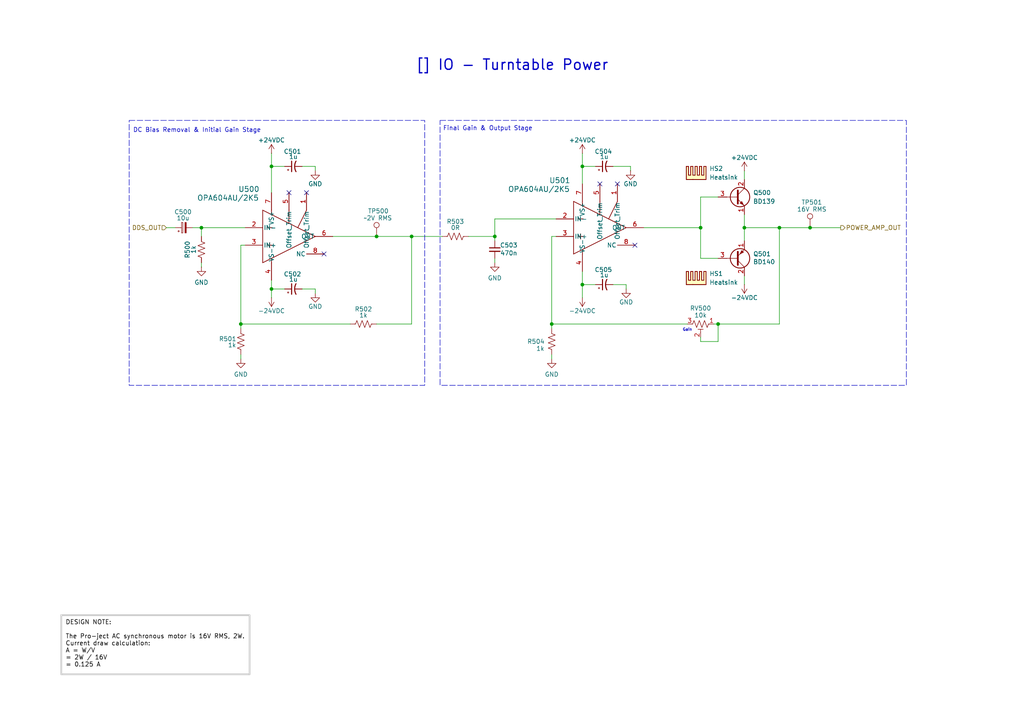
<source format=kicad_sch>
(kicad_sch (version 20250114) (generator "eeschema") (generator_version "9.0")
  (paper "A4")
  (title_block (title "IO - Turntable Power") (date "2025-07-15") (rev "1.0") (company "Wattle Labs"))
  (lib_symbols
    (symbol "Connector:TestPoint" (pin_numbers (hide yes)) (pin_names (offset 0.762) (hide yes))
      (property "Reference" "TP" (at 0 6.858 0))
      (property "Value" "TestPoint" (at 0 5.08 0))
      (symbol "TestPoint_0_1"
        (circle (center 0 3.302) (radius 0.762))
      )
      (symbol "TestPoint_1_1"
        (pin passive line (at 0 0 90) (length 2.54) (name "1") (number "1"))
      )
    )
    (symbol "Device:C_Polarized_Small" (pin_numbers (hide yes)) (pin_names (offset 0.254) (hide yes))
      (property "Reference" "C" (at 0.254 1.778 0))
      (property "Value" "C_Polarized_Small" (at 0.254 -2.032 0))
      (symbol "C_Polarized_Small_0_1"
        (rectangle (start -1.524 0.6858) (end 1.524 0.3048))
        (rectangle (start -1.524 -0.3048) (end 1.524 -0.6858) (fill (type outline)))
        (polyline (pts (xy -1.27 1.524) (xy -0.762 1.524)))
        (polyline (pts (xy -1.016 1.27) (xy -1.016 1.778)))
      )
      (symbol "C_Polarized_Small_1_1"
        (pin passive line (at 0 2.54 270) (length 1.8542) (name "~") (number "1"))
        (pin passive line (at 0 -2.54 90) (length 1.8542) (name "~") (number "2"))
      )
    )
    (symbol "Device:C_Polarized_Small_US" (pin_numbers (hide yes)) (pin_names (offset 0.254) (hide yes))
      (property "Reference" "C" (at 0.254 1.778 0))
      (property "Value" "C_Polarized_Small_US" (at 0.254 -2.032 0))
      (symbol "C_Polarized_Small_US_0_1"
        (polyline (pts (xy -1.524 0.508) (xy 1.524 0.508)) (stroke (width 0.3048)))
        (polyline (pts (xy -1.27 1.524) (xy -0.762 1.524)))
        (polyline (pts (xy -1.016 1.27) (xy -1.016 1.778)))
        (arc (start -1.524 -0.762) (mid 0 -0.3734) (end 1.524 -0.762) (stroke (width 0.3048)))
      )
      (symbol "C_Polarized_Small_US_1_1"
        (pin passive line (at 0 2.54 270) (length 2.032) (name "~") (number "1"))
        (pin passive line (at 0 -2.54 90) (length 2.032) (name "~") (number "2"))
      )
    )
    (symbol "Device:C_Small" (pin_numbers (hide yes)) (pin_names (offset 0.254) (hide yes))
      (property "Reference" "C" (at 0.254 1.778 0))
      (property "Value" "C_Small" (at 0.254 -2.032 0))
      (symbol "C_Small_0_1"
        (polyline (pts (xy -1.524 0.508) (xy 1.524 0.508)) (stroke (width 0.3048)))
        (polyline (pts (xy -1.524 -0.508) (xy 1.524 -0.508)) (stroke (width 0.3302)))
      )
      (symbol "C_Small_1_1"
        (pin passive line (at 0 2.54 270) (length 2.032) (name "~") (number "1"))
        (pin passive line (at 0 -2.54 90) (length 2.032) (name "~") (number "2"))
      )
    )
    (symbol "Device:R_Potentiometer_Trim_US" (pin_names (offset 1.016) (hide yes))
      (property "Reference" "RV" (at -4.445 0 90))
      (property "Value" "R_Potentiometer_Trim_US" (at -2.54 0 90))
      (symbol "R_Potentiometer_Trim_US_0_1"
        (polyline (pts (xy 0 2.286) (xy 0 2.54)))
        (polyline (pts (xy 0 2.286) (xy 1.016 1.905) (xy 0 1.524) (xy -1.016 1.143) (xy 0 0.762)))
        (polyline (pts (xy 0 0.762) (xy 1.016 0.381) (xy 0 0) (xy -1.016 -0.381) (xy 0 -0.762)))
        (polyline (pts (xy 0 -0.762) (xy 1.016 -1.143) (xy 0 -1.524) (xy -1.016 -1.905) (xy 0 -2.286)))
        (polyline (pts (xy 0 -2.286) (xy 0 -2.54)))
        (polyline (pts (xy 1.524 0.762) (xy 1.524 -0.762)))
        (polyline (pts (xy 2.54 0) (xy 1.524 0)))
      )
      (symbol "R_Potentiometer_Trim_US_1_1"
        (pin passive line (at 0 3.81 270) (length 1.27) (name "1") (number "1"))
        (pin passive line (at 0 -3.81 90) (length 1.27) (name "3") (number "3"))
        (pin passive line (at 3.81 0 180) (length 1.27) (name "2") (number "2"))
      )
    )
    (symbol "Device:R_US" (pin_numbers (hide yes)) (pin_names (offset 0))
      (property "Reference" "R" (at 2.54 0 90))
      (property "Value" "R_US" (at -2.54 0 90))
      (symbol "R_US_0_1"
        (polyline (pts (xy 0 2.286) (xy 0 2.54)))
        (polyline (pts (xy 0 2.286) (xy 1.016 1.905) (xy 0 1.524) (xy -1.016 1.143) (xy 0 0.762)))
        (polyline (pts (xy 0 0.762) (xy 1.016 0.381) (xy 0 0) (xy -1.016 -0.381) (xy 0 -0.762)))
        (polyline (pts (xy 0 -0.762) (xy 1.016 -1.143) (xy 0 -1.524) (xy -1.016 -1.905) (xy 0 -2.286)))
        (polyline (pts (xy 0 -2.286) (xy 0 -2.54)))
      )
      (symbol "R_US_1_1"
        (pin passive line (at 0 3.81 270) (length 1.27) (name "~") (number "1"))
        (pin passive line (at 0 -3.81 90) (length 1.27) (name "~") (number "2"))
      )
    )
    (symbol "Mechanical:Heatsink" (pin_names (offset 1.016))
      (property "Reference" "HS" (at 0 5.08 0))
      (property "Value" "Heatsink" (at 0 -1.27 0))
      (symbol "Heatsink_0_1"
        (polyline (pts (xy -0.3302 1.27) (xy -0.9652 1.27) (xy -0.9652 3.81) (xy -1.6002 3.81) (xy -1.6002 1.27) (xy -2.2352 1.27) (xy -2.2352 3.81) (xy -2.8702 3.81) (xy -2.8702 0) (xy -0.9652 0)) (stroke (width 0.254)) (fill (type background)))
        (polyline (pts (xy -0.3302 1.27) (xy -0.3302 3.81) (xy 0.3048 3.81) (xy 0.3048 1.27) (xy 0.9398 1.27) (xy 0.9398 3.81) (xy 1.5748 3.81) (xy 1.5748 1.27) (xy 2.2098 1.27) (xy 2.2098 3.81) (xy 2.8448 3.81) (xy 2.8448 0) (xy -0.9652 0)) (stroke (width 0.254)) (fill (type background)))
      )
    )
    (symbol "Transistor_BJT:BD139" (pin_names (offset 0) (hide yes))
      (property "Reference" "Q" (at 5.08 1.905 0))
      (property "Value" "BD139" (at 5.08 0 0))
      (symbol "BD139_0_1"
        (polyline (pts (xy -2.54 0) (xy 0.635 0)))
        (polyline (pts (xy 0.635 1.905) (xy 0.635 -1.905)) (stroke (width 0.508)))
        (circle (center 1.27 0) (radius 2.8194) (stroke (width 0.254)))
      )
      (symbol "BD139_1_1"
        (polyline (pts (xy 0.635 0.635) (xy 2.54 2.54)))
        (polyline (pts (xy 0.635 -0.635) (xy 2.54 -2.54)))
        (polyline (pts (xy 1.27 -1.778) (xy 1.778 -1.27) (xy 2.286 -2.286) (xy 1.27 -1.778)) (fill (type outline)))
        (pin input line (at -5.08 0 0) (length 2.54) (name "B") (number "3"))
        (pin passive line (at 2.54 5.08 270) (length 2.54) (name "C") (number "2"))
        (pin passive line (at 2.54 -5.08 90) (length 2.54) (name "E") (number "1"))
      )
    )
    (symbol "Transistor_BJT:BD140" (pin_names (offset 0) (hide yes))
      (property "Reference" "Q" (at 5.08 1.905 0))
      (property "Value" "BD140" (at 5.08 0 0))
      (symbol "BD140_0_1"
        (polyline (pts (xy -2.54 0) (xy 0.635 0)))
        (polyline (pts (xy 0.635 1.905) (xy 0.635 -1.905)) (stroke (width 0.508)))
        (polyline (pts (xy 0.635 0.635) (xy 2.54 2.54)))
        (polyline (pts (xy 0.635 -0.635) (xy 2.54 -2.54)))
        (circle (center 1.27 0) (radius 2.8194) (stroke (width 0.254)))
        (polyline (pts (xy 2.286 -1.778) (xy 1.778 -2.286) (xy 1.27 -1.27) (xy 2.286 -1.778)) (fill (type outline)))
      )
      (symbol "BD140_1_1"
        (pin input line (at -5.08 0 0) (length 2.54) (name "B") (number "3"))
        (pin passive line (at 2.54 5.08 270) (length 2.54) (name "C") (number "2"))
        (pin passive line (at 2.54 -5.08 90) (length 2.54) (name "E") (number "1"))
      )
    )
    (symbol "Wattle_OpAmps:OPA604AU_2K5" (pin_names (offset 0.254))
      (property "Reference" "U" (at 0 2.54 0))
      (property "Value" "OPA604AU/2K5" (at 0 0 0))
      (symbol "OPA604AU_2K5_0_1"
        (polyline (pts (xy -7.62 7.62) (xy 7.62 0)) (stroke (width 0.2032)))
        (polyline (pts (xy -7.62 -7.62) (xy -7.62 7.62)) (stroke (width 0.2032)))
        (polyline (pts (xy -6.35 2.54) (xy -4.826 2.54)) (stroke (width 0.2032)))
        (polyline (pts (xy -6.35 -2.54) (xy -4.826 -2.54)) (stroke (width 0.2032)))
        (polyline (pts (xy -5.588 -1.778) (xy -5.588 -3.302)) (stroke (width 0.2032)))
        (polyline (pts (xy -5.08 6.35) (xy -5.08 7.62)) (stroke (width 0.2032)))
        (polyline (pts (xy -5.08 -7.62) (xy -5.08 -6.35)) (stroke (width 0.2032)))
        (polyline (pts (xy 0 7.62) (xy 0 3.81)) (stroke (width 0.2032)))
        (polyline (pts (xy 5.08 7.62) (xy 2.54 2.54)) (stroke (width 0.2032)))
        (polyline (pts (xy 7.62 0) (xy -7.62 -7.62)) (stroke (width 0.2032)))
        (pin input line (at -12.7 2.54 0) (length 5.08) (name "IN-") (number "2"))
        (pin input line (at -12.7 -2.54 0) (length 5.08) (name "IN+") (number "3"))
        (pin power_in line (at -5.08 12.7 270) (length 5.08) (name "VS+") (number "7"))
        (pin power_in line (at -5.08 -12.7 90) (length 5.08) (name "VS-") (number "4"))
        (pin input line (at 0 12.7 270) (length 5.08) (name "Offset_Trim") (number "5"))
        (pin input line (at 5.08 12.7 270) (length 5.08) (name "Offset_Trim") (number "1"))
        (pin unspecified line (at 10.16 -5.08 180) (length 5.08) (name "NC") (number "8"))
        (pin output line (at 12.7 0 180) (length 5.08) (name "OUT") (number "6"))
      )
    )
    (symbol "power:+36V" (power) (pin_numbers (hide yes)) (pin_names (offset 0) (hide yes))
      (property "Value" "+36V" (at 0 3.556 0))
      (symbol "+36V_0_1"
        (polyline (pts (xy -0.762 1.27) (xy 0 2.54)))
        (polyline (pts (xy 0 2.54) (xy 0.762 1.27)))
        (polyline (pts (xy 0 0) (xy 0 2.54)))
      )
      (symbol "+36V_1_1"
        (pin power_in line (at 0 0 90) (length 0) (name "~") (number "1"))
      )
    )
    (symbol "power:GND" (power) (pin_numbers (hide yes)) (pin_names (offset 0) (hide yes))
      (property "Value" "GND" (at 0 -3.81 0))
      (symbol "GND_0_1"
        (polyline (pts (xy 0 0) (xy 0 -1.27) (xy 1.27 -1.27) (xy 0 -2.54) (xy -1.27 -1.27) (xy 0 -1.27)))
      )
      (symbol "GND_1_1"
        (pin power_in line (at 0 0 270) (length 0) (name "~") (number "1"))
      )
    )
  )
  (rectangle (start 127.635 34.925) (end 262.89 111.76) (stroke (width 0) (type dash)))
  (rectangle (start 37.465 34.925) (end 123.19 111.76) (stroke (width 0) (type dash)))
  (text "Final Gain & Output Stage" (at 141.478 37.338 0) (effects (font (size 1.27 1.27))))
  (text "Gain" (at 199.39 95.758 0) (effects (font (size 0.8 0.8))))
  (text "DC Bias Removal & Initial Gain Stage" (at 57.15 37.846 0) (effects (font (size 1.27 1.27))))
  (text_box "[${#}] ${TITLE}" (at 12.065 12.065 0) (size 273.05 13.335) (margins 2.2499 2.2499 2.2499 2.2499) (stroke (width -0.0001)) (effects (font (size 3 3) (thickness 0.375))))
  (text_box "DESIGN NOTE:\n\nThe Pro-ject AC synchronous motor is 16V RMS, 2W.\nCurrent draw calculation:\nA = W/V\n= 2W / 16V\n= 0.125 A " (at 17.78 178.435 0) (size 54.61 17.145) (margins 1.2025 1.2025 1.2025 1.2025) (stroke (width 0.5) (color 200 200 200 1)) (effects (font (size 1.27 1.27)) (justify left top)))
  (junction (at 69.85 93.98))
  (junction (at 78.74 48.26))
  (junction (at 160.02 93.98))
  (junction (at 215.9 66.04))
  (junction (at 58.42 66.04))
  (junction (at 109.22 68.58))
  (junction (at 234.95 66.04))
  (junction (at 143.51 68.58))
  (junction (at 168.91 82.55))
  (junction (at 78.74 83.82))
  (junction (at 119.38 68.58))
  (junction (at 208.28 93.98))
  (junction (at 168.91 48.26))
  (junction (at 203.2 66.04))
  (junction (at 226.06 66.04))
  (no_connect (at 83.82 55.88))
  (no_connect (at 93.98 73.66))
  (no_connect (at 179.07 53.34))
  (no_connect (at 88.9 55.88))
  (no_connect (at 173.99 53.34))
  (no_connect (at 184.15 71.12))
  (wire (pts (xy 69.85 102.87) (xy 69.85 104.14)))
  (wire (pts (xy 96.52 68.58) (xy 109.22 68.58)))
  (wire (pts (xy 87.63 83.82) (xy 91.44 83.82)))
  (wire (pts (xy 215.9 66.04) (xy 226.06 66.04)))
  (wire (pts (xy 168.91 48.26) (xy 172.72 48.26)))
  (wire (pts (xy 215.9 80.01) (xy 215.9 82.55)))
  (wire (pts (xy 143.51 76.2) (xy 143.51 74.93)))
  (wire (pts (xy 69.85 93.98) (xy 101.6 93.98)))
  (wire (pts (xy 203.2 57.15) (xy 208.28 57.15)))
  (wire (pts (xy 160.02 93.98) (xy 160.02 95.25)))
  (wire (pts (xy 58.42 66.04) (xy 71.12 66.04)))
  (wire (pts (xy 203.2 57.15) (xy 203.2 66.04)))
  (wire (pts (xy 78.74 48.26) (xy 82.55 48.26)))
  (wire (pts (xy 181.61 82.55) (xy 181.61 83.82)))
  (wire (pts (xy 234.95 66.04) (xy 243.84 66.04)))
  (wire (pts (xy 58.42 66.04) (xy 58.42 68.58)))
  (wire (pts (xy 208.28 93.98) (xy 208.28 99.06)))
  (wire (pts (xy 78.74 83.82) (xy 82.55 83.82)))
  (wire (pts (xy 48.26 66.04) (xy 50.8 66.04)))
  (wire (pts (xy 143.51 63.5) (xy 143.51 68.58)))
  (wire (pts (xy 78.74 48.26) (xy 78.74 55.88)))
  (wire (pts (xy 168.91 48.26) (xy 168.91 53.34)))
  (wire (pts (xy 119.38 68.58) (xy 119.38 93.98)))
  (wire (pts (xy 168.91 82.55) (xy 172.72 82.55)))
  (wire (pts (xy 203.2 99.06) (xy 208.28 99.06)))
  (wire (pts (xy 177.8 48.26) (xy 182.88 48.26)))
  (wire (pts (xy 78.74 81.28) (xy 78.74 83.82)))
  (wire (pts (xy 203.2 66.04) (xy 203.2 74.93)))
  (wire (pts (xy 91.44 83.82) (xy 91.44 85.09)))
  (wire (pts (xy 168.91 82.55) (xy 168.91 86.36)))
  (wire (pts (xy 182.88 49.53) (xy 182.88 48.26)))
  (wire (pts (xy 161.29 63.5) (xy 143.51 63.5)))
  (wire (pts (xy 215.9 49.53) (xy 215.9 52.07)))
  (wire (pts (xy 69.85 71.12) (xy 69.85 93.98)))
  (wire (pts (xy 87.63 48.26) (xy 91.44 48.26)))
  (wire (pts (xy 203.2 97.79) (xy 203.2 99.06)))
  (wire (pts (xy 160.02 102.87) (xy 160.02 104.14)))
  (wire (pts (xy 78.74 83.82) (xy 78.74 86.36)))
  (wire (pts (xy 208.28 74.93) (xy 203.2 74.93)))
  (wire (pts (xy 160.02 93.98) (xy 199.39 93.98)))
  (wire (pts (xy 55.88 66.04) (xy 58.42 66.04)))
  (wire (pts (xy 177.8 82.55) (xy 181.61 82.55)))
  (wire (pts (xy 208.28 93.98) (xy 226.06 93.98)))
  (wire (pts (xy 186.69 66.04) (xy 203.2 66.04)))
  (wire (pts (xy 215.9 62.23) (xy 215.9 66.04)))
  (wire (pts (xy 119.38 68.58) (xy 128.27 68.58)))
  (wire (pts (xy 207.01 93.98) (xy 208.28 93.98)))
  (wire (pts (xy 91.44 48.26) (xy 91.44 49.53)))
  (wire (pts (xy 143.51 68.58) (xy 143.51 69.85)))
  (wire (pts (xy 160.02 68.58) (xy 160.02 93.98)))
  (wire (pts (xy 78.74 44.45) (xy 78.74 48.26)))
  (wire (pts (xy 69.85 71.12) (xy 71.12 71.12)))
  (wire (pts (xy 69.85 93.98) (xy 69.85 95.25)))
  (wire (pts (xy 135.89 68.58) (xy 143.51 68.58)))
  (wire (pts (xy 58.42 76.2) (xy 58.42 77.47)))
  (wire (pts (xy 226.06 66.04) (xy 226.06 93.98)))
  (wire (pts (xy 226.06 66.04) (xy 234.95 66.04)))
  (wire (pts (xy 168.91 44.45) (xy 168.91 48.26)))
  (wire (pts (xy 109.22 68.58) (xy 119.38 68.58)))
  (wire (pts (xy 160.02 68.58) (xy 161.29 68.58)))
  (wire (pts (xy 109.22 93.98) (xy 119.38 93.98)))
  (wire (pts (xy 215.9 66.04) (xy 215.9 69.85)))
  (wire (pts (xy 168.91 78.74) (xy 168.91 82.55)))
  (hierarchical_label "DDS_OUT" (shape input) (at 48.26 66.04 180))
  (hierarchical_label "POWER_AMP_OUT" (shape output) (at 243.84 66.04 0))
  (symbol (lib_id "Wattle_OpAmps:OPA604AU_2K5") (at 173.99 66.04 0) (unit 1)
    (property "Reference" "U501" (at 159.258 52.324 0) (effects (font (size 1.524 1.524)) (justify left)))
    (property "Value" "OPA604AU/2K5" (at 147.32 54.864 0) (effects (font (size 1.524 1.524)) (justify left)))
    (property "Footprint" "Package_SO:SOIC-8_5.3x5.3mm_P1.27mm" (effects (hide yes)))
    (property "Datasheet" "https://www.ti.com/lit/ds/symlink/opa604.pdf" (effects (hide yes)))
    (property "Description" "General Purpose Amplifier 1 Circuit 8-SOIC 48V pk-pk" (effects (hide yes)))
    (property "Digikey_PN" "296-46167-1-ND" (effects (hide yes)))
  )
  (symbol (lib_id "power:+36V") (at 215.9 49.53 0) (unit 1)
    (property "Reference" "#PWR0512" (effects (hide yes)))
    (property "Value" "+24VDC" (at 215.9 45.72 0))
    (property "Description" "Power symbol creates a global label with name \"+36V\"" (effects (hide yes)))
  )
  (symbol (lib_id "Transistor_BJT:BD139") (at 213.36 57.15 0) (unit 1)
    (property "Reference" "Q500" (at 218.44 55.8799 0) (effects (justify left)))
    (property "Value" "BD139" (at 218.44 58.4199 0) (effects (justify left)))
    (property "Footprint" "Package_TO_SOT_THT:TO-126-3_Vertical" (effects (hide yes)))
    (property "Datasheet" "http://www.st.com/internet/com/TECHNICAL_RESOURCES/TECHNICAL_LITERATURE/DATASHEET/CD00001225.pdf" (effects (hide yes)))
    (property "Description" "1.5A Ic, 80V Vce, Low Voltage Transistor, TO-126" (effects (hide yes)))
    (property "Digikey_PN" "497-6656-5-ND" (effects (hide yes)))
  )
  (symbol (lib_id "power:GND") (at 160.02 104.14 0) (unit 1)
    (property "Reference" "#PWR0507" (effects (hide yes)))
    (property "Value" "GND" (at 160.02 108.585 0))
    (property "Description" "Power symbol creates a global label with name \"GND\" , ground" (effects (hide yes)))
  )
  (symbol (lib_id "power:+36V") (at 168.91 44.45 0) (unit 1)
    (property "Reference" "#PWR0508" (effects (hide yes)))
    (property "Value" "+24VDC" (at 168.91 40.64 0))
    (property "Description" "Power symbol creates a global label with name \"+36V\"" (effects (hide yes)))
  )
  (symbol (lib_id "Device:R_Potentiometer_Trim_US") (at 203.2 93.98 270) (unit 1)
    (property "Reference" "RV500" (at 203.2 89.408 90))
    (property "Value" "10k" (at 203.2 91.44 90))
    (property "Footprint" "Wattle_Trimpots:PV36W103C01B00" (effects (hide yes)))
    (property "Description" "10 kOhms 0.5W, 1/2W PC Pins Through Hole Trimmer Potentiometer Cermet 25.0 Turn Top Adjustment" (effects (hide yes)))
    (property "Digikey_PN" "118-PV36W103C01B00-ND" (effects (hide yes)))
    (property "Silk" "GAIN" (effects (hide yes)))
  )
  (symbol (lib_id "Mechanical:Heatsink") (at 201.93 82.55 0) (unit 1)
    (property "Reference" "HS1" (at 205.74 79.3749 0) (effects (justify left)))
    (property "Value" "Heatsink" (at 205.74 81.9149 0) (effects (justify left)))
    (property "Footprint" "Wattle_Heatsinks:V5629" (effects (hide yes)))
    (property "Description" "Heat Sink SOT-32 Aluminum Board Level, Vertical" (effects (hide yes)))
    (property "Digikey_PN" "AE10825-ND" (effects (hide yes)))
  )
  (symbol (lib_id "power:+36V") (at 215.9 82.55 180) (unit 1)
    (property "Reference" "#PWR0513" (effects (hide yes)))
    (property "Value" "-24VDC" (at 215.9 86.36 0))
    (property "Description" "Power symbol creates a global label with name \"+36V\"" (effects (hide yes)))
  )
  (symbol (lib_id "power:GND") (at 69.85 104.14 0) (unit 1)
    (property "Reference" "#PWR0501" (effects (hide yes)))
    (property "Value" "GND" (at 69.85 108.585 0))
    (property "Description" "Power symbol creates a global label with name \"GND\" , ground" (effects (hide yes)))
  )
  (symbol (lib_id "Device:C_Small") (at 143.51 72.39 0) (unit 1)
    (property "Reference" "C503" (at 147.574 71.12 0))
    (property "Value" "470n" (at 147.574 73.406 0))
    (property "Footprint" "Capacitor_SMD:C_0603_1608Metric" (effects (hide yes)))
    (property "Description" "0.47 µF ±10% 16V Ceramic Capacitor X7R 0603 (1608 Metric)" (effects (hide yes)))
    (property "Digikey_PN" "1276-CL10B474KO8VPJCCT-ND" (effects (hide yes)))
  )
  (symbol (lib_id "Device:R_US") (at 105.41 93.98 270) (unit 1)
    (property "Reference" "R502" (at 105.41 89.662 90))
    (property "Value" "1k" (at 105.41 91.44 90))
    (property "Footprint" "Resistor_SMD:R_0603_1608Metric" (effects (hide yes)))
    (property "Description" "Resistor, US symbol" (effects (hide yes)))
    (property "Digikey_PN" "MCT0603-1.00K-MFCT-ND" (effects (hide yes)))
  )
  (symbol (lib_id "power:GND") (at 91.44 49.53 0) (unit 1)
    (property "Reference" "#PWR0504" (effects (hide yes)))
    (property "Value" "GND" (at 91.44 53.34 0))
    (property "Description" "Power symbol creates a global label with name \"GND\" , ground" (effects (hide yes)))
  )
  (symbol (lib_id "Mechanical:Heatsink") (at 201.93 52.07 0) (unit 1)
    (property "Reference" "HS2" (at 205.74 48.8949 0) (effects (justify left)))
    (property "Value" "Heatsink" (at 205.74 51.4349 0) (effects (justify left)))
    (property "Footprint" "Wattle_Heatsinks:V5629" (effects (hide yes)))
    (property "Description" "Heat Sink SOT-32 Aluminum Board Level, Vertical" (effects (hide yes)))
    (property "Digikey_PN" "AE10825-ND" (effects (hide yes)))
  )
  (symbol (lib_id "Device:C_Polarized_Small") (at 53.34 66.04 90) (unit 1)
    (property "Reference" "C500" (at 53.086 61.468 90))
    (property "Value" "10u" (at 53.086 63.246 90))
    (property "Footprint" "Capacitor_Tantalum_SMD:CP_EIA-3216-18_Kemet-A" (effects (hide yes)))
    (property "Description" "10 µF Tantalum Capacitors 16 V 1206 (3216 Metric)" (effects (hide yes)))
    (property "Digikey_PN" "399-8269-1-ND" (effects (hide yes)))
  )
  (symbol (lib_id "power:+36V") (at 168.91 86.36 180) (unit 1)
    (property "Reference" "#PWR0509" (effects (hide yes)))
    (property "Value" "-24VDC" (at 168.91 90.17 0))
    (property "Description" "Power symbol creates a global label with name \"+36V\"" (effects (hide yes)))
  )
  (symbol (lib_id "power:+36V") (at 78.74 86.36 180) (unit 1)
    (property "Reference" "#PWR0503" (effects (hide yes)))
    (property "Value" "-24VDC" (at 78.74 90.17 0))
    (property "Description" "Power symbol creates a global label with name \"+36V\"" (effects (hide yes)))
  )
  (symbol (lib_id "Device:C_Polarized_Small_US") (at 175.26 48.26 90) (unit 1)
    (property "Reference" "C504" (at 175.006 43.942 90))
    (property "Value" "1u" (at 175.26 45.466 90))
    (property "Footprint" "Capacitor_Tantalum_SMD:CP_EIA-3216-18_Kemet-A" (effects (hide yes)))
    (property "Description" "1 µF Tantalum Capacitors 35V 1206 (3216 Metric)" (effects (hide yes)))
    (property "Digikey_PN" "478-1651-1-ND" (effects (hide yes)))
  )
  (symbol (lib_id "power:GND") (at 91.44 85.09 0) (unit 1)
    (property "Reference" "#PWR0505" (effects (hide yes)))
    (property "Value" "GND" (at 91.44 88.9 0))
    (property "Description" "Power symbol creates a global label with name \"GND\" , ground" (effects (hide yes)))
  )
  (symbol (lib_id "power:+36V") (at 78.74 44.45 0) (unit 1)
    (property "Reference" "#PWR0502" (effects (hide yes)))
    (property "Value" "+24VDC" (at 78.74 40.64 0))
    (property "Description" "Power symbol creates a global label with name \"+36V\"" (effects (hide yes)))
  )
  (symbol (lib_id "Connector:TestPoint") (at 234.95 66.04 0) (unit 1) (in_bom no)
    (property "Reference" "TP501" (at 232.41 58.674 0) (effects (justify left)))
    (property "Value" "16V RMS" (at 231.14 60.706 0) (effects (justify left)))
    (property "Footprint" "TestPoint:TestPoint_Pad_D1.0mm" (effects (hide yes)))
    (property "Description" "test point" (effects (hide yes)))
  )
  (symbol (lib_id "Device:C_Polarized_Small_US") (at 175.26 82.55 90) (unit 1)
    (property "Reference" "C505" (at 175.006 78.232 90))
    (property "Value" "1u" (at 175.26 79.756 90))
    (property "Footprint" "Capacitor_Tantalum_SMD:CP_EIA-3216-18_Kemet-A" (effects (hide yes)))
    (property "Description" "1 µF Tantalum Capacitors 35V 1206 (3216 Metric)" (effects (hide yes)))
    (property "Digikey_PN" "478-1651-1-ND" (effects (hide yes)))
  )
  (symbol (lib_id "Device:C_Polarized_Small_US") (at 85.09 48.26 90) (unit 1)
    (property "Reference" "C501" (at 84.836 43.942 90))
    (property "Value" "1u" (at 85.09 45.466 90))
    (property "Footprint" "Capacitor_Tantalum_SMD:CP_EIA-3216-18_Kemet-A" (effects (hide yes)))
    (property "Description" "1 µF Tantalum Capacitors 35V 1206 (3216 Metric)" (effects (hide yes)))
    (property "Digikey_PN" "478-1651-1-ND" (effects (hide yes)))
  )
  (symbol (lib_id "Device:R_US") (at 69.85 99.06 0) (unit 1)
    (property "Reference" "R501" (at 66.04 98.298 0))
    (property "Value" "1k" (at 67.31 100.076 0))
    (property "Footprint" "Resistor_SMD:R_0603_1608Metric" (effects (hide yes)))
    (property "Description" "Resistor, US symbol" (effects (hide yes)))
    (property "Digikey_PN" "MCT0603-1.00K-MFCT-ND" (effects (hide yes)))
  )
  (symbol (lib_id "Connector:TestPoint") (at 109.22 68.58 0) (unit 1) (in_bom no)
    (property "Reference" "TP500" (at 106.68 61.214 0) (effects (justify left)))
    (property "Value" "~2V RMS" (at 105.41 63.246 0) (effects (justify left)))
    (property "Footprint" "TestPoint:TestPoint_Pad_D1.0mm" (effects (hide yes)))
    (property "Description" "test point" (effects (hide yes)))
  )
  (symbol (lib_id "power:GND") (at 181.61 83.82 0) (unit 1)
    (property "Reference" "#PWR0510" (effects (hide yes)))
    (property "Value" "GND" (at 181.61 87.63 0))
    (property "Description" "Power symbol creates a global label with name \"GND\" , ground" (effects (hide yes)))
  )
  (symbol (lib_id "Device:R_US") (at 132.08 68.58 270) (unit 1)
    (property "Reference" "R503" (at 132.08 64.262 90))
    (property "Value" "0R" (at 132.08 66.04 90))
    (property "Footprint" "Resistor_SMD:R_0603_1608Metric" (effects (hide yes)))
    (property "Description" "Resistor, US symbol" (effects (hide yes)))
    (property "Digikey_PN" "4988-NRC06ZOTRFCT-ND" (effects (hide yes)))
  )
  (symbol (lib_id "Transistor_BJT:BD140") (at 213.36 74.93 0) (mirror x) (unit 1)
    (property "Reference" "Q501" (at 218.44 73.66 0) (effects (justify left)))
    (property "Value" "BD140" (at 218.44 75.946 0) (effects (justify left)))
    (property "Footprint" "Package_TO_SOT_THT:TO-126-3_Vertical" (effects (hide yes)))
    (property "Datasheet" "http://www.st.com/internet/com/TECHNICAL_RESOURCES/TECHNICAL_LITERATURE/DATASHEET/CD00001225.pdf" (effects (hide yes)))
    (property "Description" "1.5A Ic, 80V Vce, Low Voltage Transistor, TO-126" (effects (hide yes)))
    (property "Digikey_PN" "497-6657-5-ND" (effects (hide yes)))
  )
  (symbol (lib_id "Wattle_OpAmps:OPA604AU_2K5") (at 83.82 68.58 0) (unit 1)
    (property "Reference" "U500" (at 69.088 54.864 0) (effects (font (size 1.524 1.524)) (justify left)))
    (property "Value" "OPA604AU/2K5" (at 57.15 57.404 0) (effects (font (size 1.524 1.524)) (justify left)))
    (property "Footprint" "Package_SO:SOIC-8_5.3x5.3mm_P1.27mm" (effects (hide yes)))
    (property "Datasheet" "https://www.ti.com/lit/ds/symlink/opa604.pdf" (effects (hide yes)))
    (property "Description" "General Purpose Amplifier 1 Circuit 8-SOIC 48V pk-pk" (effects (hide yes)))
    (property "Digikey_PN" "296-46167-1-ND" (effects (hide yes)))
  )
  (symbol (lib_id "power:GND") (at 182.88 49.53 0) (unit 1)
    (property "Reference" "#PWR0511" (effects (hide yes)))
    (property "Value" "GND" (at 182.88 53.34 0))
    (property "Description" "Power symbol creates a global label with name \"GND\" , ground" (effects (hide yes)))
  )
  (symbol (lib_id "Device:R_US") (at 160.02 99.06 0) (unit 1)
    (property "Reference" "R504" (at 155.448 99.06 0))
    (property "Value" "1k" (at 156.718 101.092 0))
    (property "Footprint" "Resistor_SMD:R_0603_1608Metric" (effects (hide yes)))
    (property "Description" "Resistor, US symbol" (effects (hide yes)))
    (property "Digikey_PN" "MCT0603-1.00K-MFCT-ND" (effects (hide yes)))
  )
  (symbol (lib_id "Device:R_US") (at 58.42 72.39 0) (unit 1)
    (property "Reference" "R500" (at 54.356 72.39 90))
    (property "Value" "1k" (at 56.134 72.39 90))
    (property "Footprint" "Resistor_SMD:R_0603_1608Metric" (effects (hide yes)))
    (property "Description" "Resistor, US symbol" (effects (hide yes)))
    (property "Digikey_PN" "MCT0603-1.00K-MFCT-ND" (effects (hide yes)))
  )
  (symbol (lib_id "Device:C_Polarized_Small_US") (at 85.09 83.82 90) (unit 1)
    (property "Reference" "C502" (at 84.836 79.502 90))
    (property "Value" "1u" (at 85.09 81.026 90))
    (property "Footprint" "Capacitor_Tantalum_SMD:CP_EIA-3216-18_Kemet-A" (effects (hide yes)))
    (property "Description" "1 µF Tantalum Capacitors 35V 1206 (3216 Metric)" (effects (hide yes)))
    (property "Digikey_PN" "478-1651-1-ND" (effects (hide yes)))
  )
  (symbol (lib_id "power:GND") (at 143.51 76.2 0) (unit 1)
    (property "Reference" "#PWR0506" (effects (hide yes)))
    (property "Value" "GND" (at 143.51 80.645 0))
    (property "Description" "Power symbol creates a global label with name \"GND\" , ground" (effects (hide yes)))
  )
  (symbol (lib_id "power:GND") (at 58.42 77.47 0) (unit 1)
    (property "Reference" "#PWR0500" (effects (hide yes)))
    (property "Value" "GND" (at 58.42 81.915 0))
    (property "Description" "Power symbol creates a global label with name \"GND\" , ground" (effects (hide yes)))
  )
)
</source>
